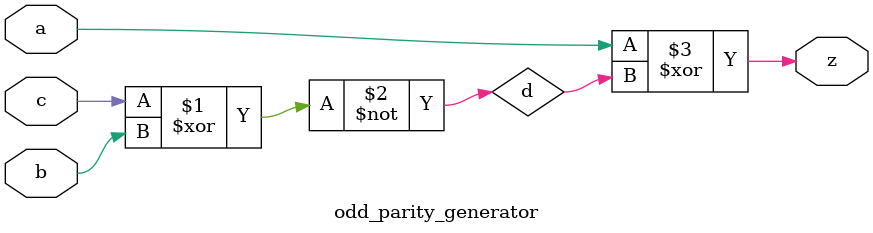
<source format=v>
module odd_parity_generator(input a,
                       input b,
                        input c,
                       output z);
wire d;
  xnor xnor1(d,c,b);
  xor xor1(z,a,d);
endmodule

</source>
